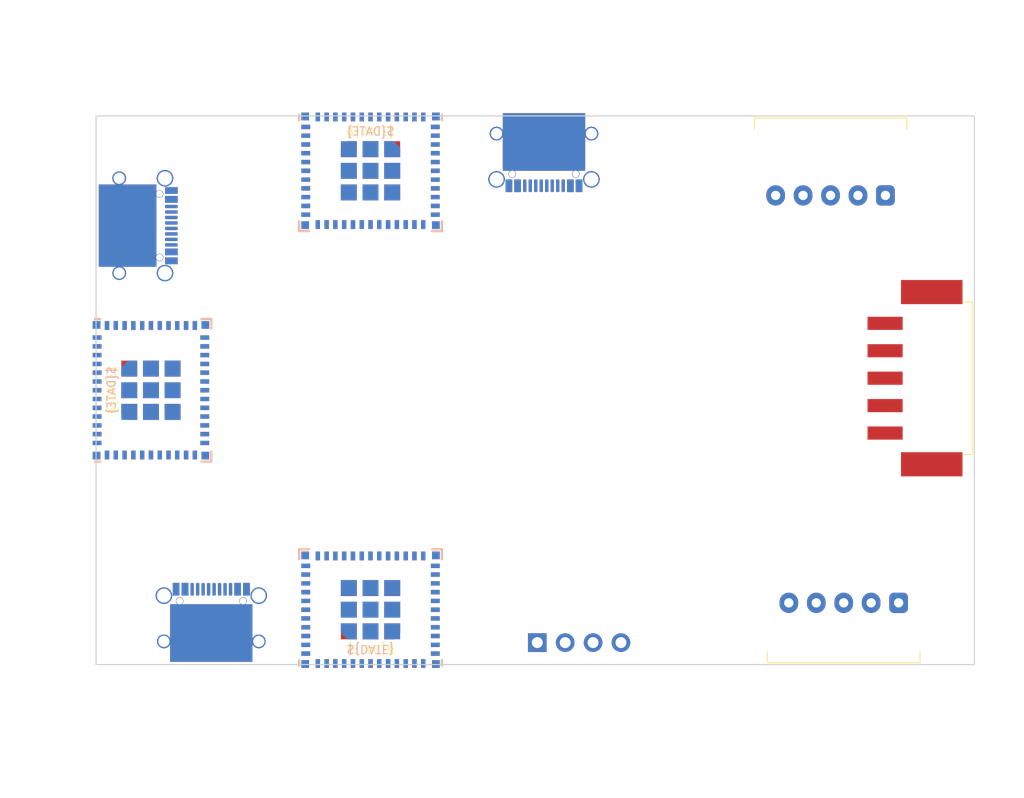
<source format=kicad_pcb>
(kicad_pcb (version 20211014) (generator pcbnew)
  (layers (0 "F.Cu" signal) (31 "B.Cu" signal) (34 "B.Paste" user) (35 "F.Paste" user) (36 "B.SilkS" user "B.Silkscreen") (37 "F.SilkS" user "F.Silkscreen") (38 "B.Mask" user) (39 "F.Mask" user) (44 "Edge.Cuts" user))
  (net 0 "")
  (net 1 "Net-(U2-Pad1)")
  (net 33 "Net-(U3-Pad1)")
  (net 65 "Net-(U4-Pad1)")
  (net 97 "Net-(U5-Pad1)")
  (net 129 "Net-(U6-Pad1)")
  (net 161 "Net-(U7-Pad1)")
  (net 193 "Net-(J1-PadA1)")
  (net 194 "Net-(J1-PadA4)")
  (net 196 "Net-(J1-PadA6)")
  (net 197 "Net-(J1-PadA7)")
  (net 202 "Net-(J4-PadA1)")
  (net 203 "Net-(J4-PadA4)")
  (net 205 "Net-(J4-PadA6)")
  (net 206 "Net-(J4-PadA7)")
  (net 211 "Net-(J5-PadA1)")
  (net 212 "Net-(J5-PadA4)")
  (net 214 "Net-(J5-PadA6)")
  (net 215 "Net-(J5-PadA7)")
  (net 220 "Net-(J6-PadA1)")
  (net 221 "Net-(J6-PadA4)")
  (net 223 "Net-(J6-PadA6)")
  (net 224 "Net-(J6-PadA7)")
  (net 229 "Net-(J7-PadA1)")
  (net 230 "Net-(J7-PadA4)")
  (net 232 "Net-(J7-PadA6)")
  (net 233 "Net-(J7-PadA7)")
  (net 238 "Net-(J8-PadA1)")
  (net 239 "Net-(J8-PadA4)")
  (net 241 "Net-(J8-PadA6)")
  (net 242 "Net-(J8-PadA7)")
  (footprint "RevK:ESP32-PICO-MINI-02" (layer "F.Cu") (at 65 75 90)
    (fp_text reference "U3" hide)
    (fp_text value "ESP32-PICO-MINI-02")
  )
  (footprint "RevK:PTSM-HH-5-RA" (layer "F.Cu") (at 126.9 57.2425 180)
    (fp_text reference "J11" hide)
    (fp_text value "Conn_01x05")
  )
  (footprint "RevK:JLC-PinHeader_1x04_P2.54mm_Right" (layer "F.Cu") (at 104 98)
    (fp_text reference "J9" hide)
    (fp_text value "Conn_01x04" hide)
  )
  (footprint "RevK:ESP32-PICO-MINI-02" (layer "F.Cu") (at 85 55)
    (fp_text reference "U7" hide)
    (fp_text value "ESP32-PICO-MINI-02")
  )
  (footprint "RevK:USC16-TR-Round" (layer "F.Cu") (at 70.5 100)
    (fp_text reference "J4" hide)
    (fp_text value "USB-C")
  )
  (footprint "RevK:USC16-TR-Round" (layer "F.Cu") (at 60 60 -90)
    (fp_text reference "J8" hide)
    (fp_text value "USB-C")
  )
  (footprint "RevK:ESP32-PICO-MINI-02" (layer "F.Cu") (at 85 95 180)
    (fp_text reference "U6" hide)
    (fp_text value "ESP32-PICO-MINI-02")
  )
  (footprint "RevK:USC16-TR-Round" (layer "F.Cu") (at 100.8 49.5 180)
    (fp_text reference "J1" hide)
    (fp_text value "USB-C")
  )
  (footprint "RevK:PTSM-HH-5-RA-P" (layer "F.Cu") (at 128.1 94.375)
    (fp_text reference "J10" hide)
    (fp_text value "Conn_01x05")
  )
  (footprint "RevK:PTSM-HH-5-RA-P-SMD" (layer "F.Cu") (at 131.87 73.9 90)
    (fp_text reference "J12" hide)
    (fp_text value "Conn_01x05")
  )
  (footprint "RevK:USC16-TR-Round" (layer "B.Cu") (at 100.8 49.5)
    (fp_text reference "J5" hide)
    (fp_text value "USB-C")
  )
  (footprint "RevK:USC16-TR-Round" (layer "B.Cu") (at 60 60 90)
    (fp_text reference "J7" hide)
    (fp_text value "USB-C")
  )
  (footprint "RevK:ESP32-PICO-MINI-02" (layer "B.Cu") (at 85 95)
    (fp_text reference "U5" hide)
    (fp_text value "ESP32-PICO-MINI-02")
  )
  (footprint "RevK:USC16-TR-Round" (layer "B.Cu") (at 70.5 100 180)
    (fp_text reference "J6" hide)
    (fp_text value "USB-C")
  )
  (footprint "RevK:ESP32-PICO-MINI-02" (layer "B.Cu") (at 65 75 -90)
    (fp_text reference "U2" hide)
    (fp_text value "ESP32-PICO-MINI-02")
  )
  (footprint "RevK:ESP32-PICO-MINI-02" (layer "B.Cu") (at 85 55 180)
    (fp_text reference "U4" hide)
    (fp_text value "ESP32-PICO-MINI-02")
  )
  (gr_line (start 140 50) (end 140 100) (layer "Edge.Cuts") (width 0.1))
  (gr_line (start 60 100) (end 60 50) (layer "Edge.Cuts") (width 0.1))
  (gr_line (start 140 100) (end 60 100) (layer "Edge.Cuts") (width 0.1))
  (gr_line (start 60 50) (end 140 50) (layer "Edge.Cuts") (width 0.1))
)
</source>
